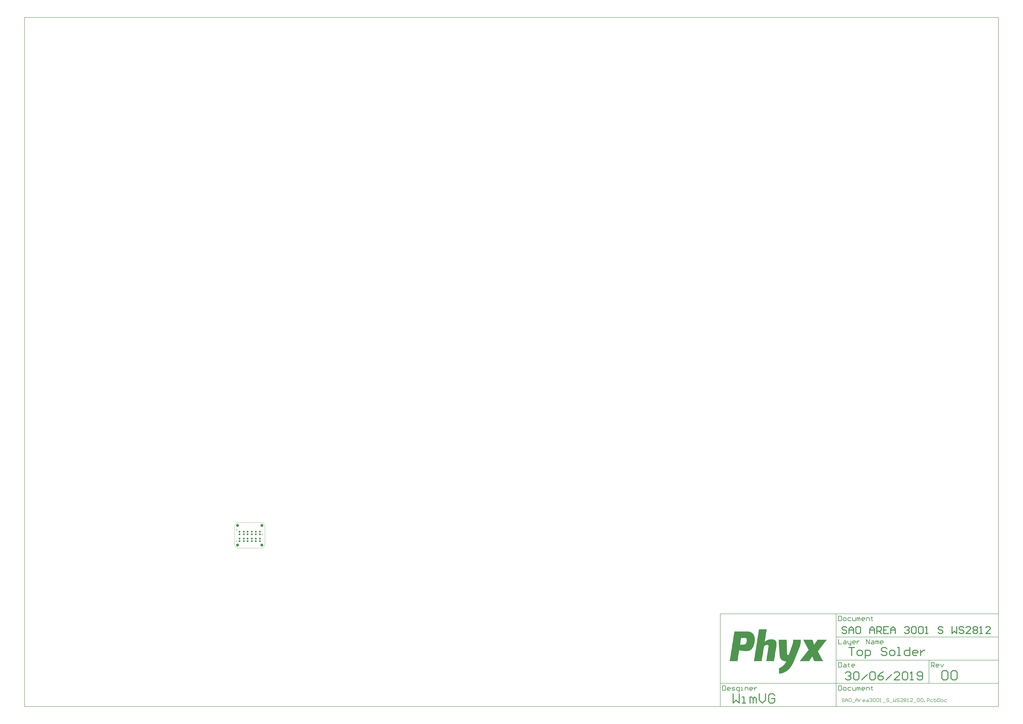
<source format=gts>
G04*
G04 #@! TF.GenerationSoftware,Altium Limited,Altium Designer,18.1.11 (251)*
G04*
G04 Layer_Color=8388736*
%FSLAX25Y25*%
%MOIN*%
G70*
G01*
G75*
%ADD12C,0.01575*%
%ADD15C,0.00394*%
%ADD16C,0.00787*%
%ADD17C,0.00984*%
%ADD19R,0.03150X0.03150*%
%ADD20C,0.05118*%
%ADD21C,0.01772*%
G36*
X1005337Y-155808D02*
X1005050D01*
Y-156094D01*
X1004764D01*
Y-156380D01*
Y-156667D01*
X1004478D01*
Y-156953D01*
X1004192D01*
Y-157239D01*
X1003905D01*
Y-157526D01*
Y-157812D01*
X1003619D01*
Y-158098D01*
X1003333D01*
Y-158385D01*
X1003046D01*
Y-158671D01*
X1002760D01*
Y-158957D01*
Y-159244D01*
X1002474D01*
Y-159530D01*
X1002187D01*
Y-159816D01*
X1001901D01*
Y-160102D01*
Y-160389D01*
X1001615D01*
Y-160675D01*
X1001328D01*
Y-160961D01*
X1001042D01*
Y-161248D01*
X1000756D01*
Y-161534D01*
Y-161820D01*
X1000469D01*
Y-162107D01*
X1000183D01*
Y-162393D01*
X999897D01*
Y-162679D01*
Y-162966D01*
X999611D01*
Y-163252D01*
X999324D01*
Y-163538D01*
X999038D01*
Y-163824D01*
Y-164111D01*
X998752D01*
Y-164397D01*
X998465D01*
Y-164683D01*
X998179D01*
Y-164970D01*
X997893D01*
Y-165256D01*
Y-165542D01*
X997606D01*
Y-165829D01*
X997320D01*
Y-166115D01*
X997034D01*
Y-166401D01*
Y-166688D01*
X996747D01*
Y-166974D01*
X996461D01*
Y-167260D01*
X996175D01*
Y-167547D01*
Y-167833D01*
X995889D01*
Y-168119D01*
X995602D01*
Y-168405D01*
X995316D01*
Y-168692D01*
X995030D01*
Y-168978D01*
Y-169264D01*
X994743D01*
Y-169551D01*
X994457D01*
Y-169837D01*
X994171D01*
Y-170123D01*
Y-170410D01*
X993884D01*
Y-170696D01*
X993598D01*
Y-170982D01*
X993312D01*
Y-171269D01*
Y-171555D01*
X993025D01*
Y-171841D01*
X992739D01*
Y-172127D01*
X992453D01*
Y-172414D01*
X992166D01*
Y-172700D01*
Y-172986D01*
X991880D01*
Y-173273D01*
X991594D01*
Y-173559D01*
X991308D01*
Y-173845D01*
Y-174132D01*
X991021D01*
Y-174418D01*
X990735D01*
Y-174704D01*
X990449D01*
Y-174991D01*
X990162D01*
Y-175277D01*
Y-175563D01*
X990449D01*
Y-175850D01*
Y-176136D01*
X990735D01*
Y-176422D01*
Y-176709D01*
X991021D01*
Y-176995D01*
X991308D01*
Y-177281D01*
Y-177568D01*
X991594D01*
Y-177854D01*
Y-178140D01*
X991880D01*
Y-178426D01*
Y-178713D01*
X992166D01*
Y-178999D01*
Y-179285D01*
X992453D01*
Y-179572D01*
Y-179858D01*
X992739D01*
Y-180144D01*
Y-180431D01*
X993025D01*
Y-180717D01*
Y-181003D01*
X993312D01*
Y-181290D01*
Y-181576D01*
X993598D01*
Y-181862D01*
X993884D01*
Y-182149D01*
Y-182435D01*
X994171D01*
Y-182721D01*
Y-183007D01*
X994457D01*
Y-183294D01*
Y-183580D01*
X994743D01*
Y-183866D01*
Y-184153D01*
X995030D01*
Y-184439D01*
Y-184725D01*
X995316D01*
Y-185012D01*
Y-185298D01*
X995602D01*
Y-185584D01*
Y-185871D01*
X995889D01*
Y-186157D01*
X996175D01*
Y-186443D01*
Y-186730D01*
X996461D01*
Y-187016D01*
Y-187302D01*
X996747D01*
Y-187588D01*
Y-187875D01*
X997034D01*
Y-188161D01*
Y-188447D01*
X997320D01*
Y-188734D01*
Y-189020D01*
X997606D01*
Y-189306D01*
Y-189593D01*
X997893D01*
Y-189879D01*
Y-190165D01*
X998179D01*
Y-190452D01*
X998465D01*
Y-190738D01*
Y-191024D01*
X998752D01*
Y-191311D01*
Y-191597D01*
X999038D01*
Y-191883D01*
X983863D01*
Y-191597D01*
X983577D01*
Y-191311D01*
Y-191024D01*
Y-190738D01*
X983291D01*
Y-190452D01*
Y-190165D01*
Y-189879D01*
X983004D01*
Y-189593D01*
Y-189306D01*
X982718D01*
Y-189020D01*
Y-188734D01*
Y-188447D01*
X982432D01*
Y-188161D01*
Y-187875D01*
Y-187588D01*
X982146D01*
Y-187302D01*
Y-187016D01*
X981859D01*
Y-186730D01*
Y-186443D01*
Y-186157D01*
X981573D01*
Y-185871D01*
Y-185584D01*
Y-185298D01*
X981287D01*
Y-185012D01*
Y-184725D01*
Y-184439D01*
X981000D01*
Y-184153D01*
X980428D01*
Y-184439D01*
Y-184725D01*
X980141D01*
Y-185012D01*
X979855D01*
Y-185298D01*
Y-185584D01*
X979569D01*
Y-185871D01*
X979282D01*
Y-186157D01*
Y-186443D01*
X978996D01*
Y-186730D01*
X978710D01*
Y-187016D01*
Y-187302D01*
X978423D01*
Y-187588D01*
X978137D01*
Y-187875D01*
X977851D01*
Y-188161D01*
Y-188447D01*
X977565D01*
Y-188734D01*
X977278D01*
Y-189020D01*
Y-189306D01*
X976992D01*
Y-189593D01*
X976705D01*
Y-189879D01*
Y-190165D01*
X976419D01*
Y-190452D01*
X976133D01*
Y-190738D01*
Y-191024D01*
X975847D01*
Y-191311D01*
X975560D01*
Y-191597D01*
Y-191883D01*
X959527D01*
Y-191597D01*
X959813D01*
Y-191311D01*
X960099D01*
Y-191024D01*
X960386D01*
Y-190738D01*
X960672D01*
Y-190452D01*
Y-190165D01*
X960958D01*
Y-189879D01*
X961245D01*
Y-189593D01*
X961531D01*
Y-189306D01*
X961817D01*
Y-189020D01*
Y-188734D01*
X962104D01*
Y-188447D01*
X962390D01*
Y-188161D01*
X962676D01*
Y-187875D01*
Y-187588D01*
X962963D01*
Y-187302D01*
X963249D01*
Y-187016D01*
X963535D01*
Y-186730D01*
X963822D01*
Y-186443D01*
Y-186157D01*
X964108D01*
Y-185871D01*
X964394D01*
Y-185584D01*
X964680D01*
Y-185298D01*
X964967D01*
Y-185012D01*
Y-184725D01*
X965253D01*
Y-184439D01*
X965539D01*
Y-184153D01*
X965826D01*
Y-183866D01*
Y-183580D01*
X966112D01*
Y-183294D01*
X966398D01*
Y-183007D01*
X966685D01*
Y-182721D01*
X966971D01*
Y-182435D01*
Y-182149D01*
X967257D01*
Y-181862D01*
X967544D01*
Y-181576D01*
X967830D01*
Y-181290D01*
Y-181003D01*
X968116D01*
Y-180717D01*
X968402D01*
Y-180431D01*
X968689D01*
Y-180144D01*
X968975D01*
Y-179858D01*
Y-179572D01*
X969261D01*
Y-179285D01*
X969548D01*
Y-178999D01*
X969834D01*
Y-178713D01*
Y-178426D01*
X970120D01*
Y-178140D01*
X970407D01*
Y-177854D01*
X970693D01*
Y-177568D01*
X970979D01*
Y-177281D01*
Y-176995D01*
X971266D01*
Y-176709D01*
X971552D01*
Y-176422D01*
X971838D01*
Y-176136D01*
X972124D01*
Y-175850D01*
Y-175563D01*
X972411D01*
Y-175277D01*
X972697D01*
Y-174991D01*
X972983D01*
Y-174704D01*
Y-174418D01*
X973270D01*
Y-174132D01*
X973556D01*
Y-173845D01*
X973842D01*
Y-173559D01*
X974129D01*
Y-173273D01*
Y-172986D01*
X974415D01*
Y-172700D01*
Y-172414D01*
Y-172127D01*
X974129D01*
Y-171841D01*
X973842D01*
Y-171555D01*
Y-171269D01*
X973556D01*
Y-170982D01*
Y-170696D01*
X973270D01*
Y-170410D01*
Y-170123D01*
X972983D01*
Y-169837D01*
Y-169551D01*
X972697D01*
Y-169264D01*
Y-168978D01*
X972411D01*
Y-168692D01*
Y-168405D01*
X972124D01*
Y-168119D01*
X971838D01*
Y-167833D01*
Y-167547D01*
X971552D01*
Y-167260D01*
Y-166974D01*
X971266D01*
Y-166688D01*
Y-166401D01*
X970979D01*
Y-166115D01*
Y-165829D01*
X970693D01*
Y-165542D01*
Y-165256D01*
X970407D01*
Y-164970D01*
Y-164683D01*
X970120D01*
Y-164397D01*
X969834D01*
Y-164111D01*
Y-163824D01*
X969548D01*
Y-163538D01*
Y-163252D01*
X969261D01*
Y-162966D01*
Y-162679D01*
X968975D01*
Y-162393D01*
Y-162107D01*
X968689D01*
Y-161820D01*
Y-161534D01*
X968402D01*
Y-161248D01*
Y-160961D01*
X968116D01*
Y-160675D01*
Y-160389D01*
X967830D01*
Y-160102D01*
X967544D01*
Y-159816D01*
Y-159530D01*
X967257D01*
Y-159244D01*
Y-158957D01*
X966971D01*
Y-158671D01*
Y-158385D01*
X966685D01*
Y-158098D01*
Y-157812D01*
X966398D01*
Y-157526D01*
Y-157239D01*
X966112D01*
Y-156953D01*
Y-156667D01*
X965826D01*
Y-156380D01*
X965539D01*
Y-156094D01*
Y-155808D01*
X965253D01*
Y-155521D01*
X981000D01*
Y-155808D01*
X981287D01*
Y-156094D01*
Y-156380D01*
Y-156667D01*
X981573D01*
Y-156953D01*
Y-157239D01*
Y-157526D01*
X981859D01*
Y-157812D01*
Y-158098D01*
Y-158385D01*
X982146D01*
Y-158671D01*
Y-158957D01*
Y-159244D01*
X982432D01*
Y-159530D01*
Y-159816D01*
Y-160102D01*
X982718D01*
Y-160389D01*
Y-160675D01*
Y-160961D01*
X983004D01*
Y-161248D01*
Y-161534D01*
Y-161820D01*
X983291D01*
Y-162107D01*
Y-162393D01*
Y-162679D01*
X983577D01*
Y-162966D01*
Y-163252D01*
Y-163538D01*
Y-163824D01*
X984150D01*
Y-163538D01*
X984436D01*
Y-163252D01*
X984722D01*
Y-162966D01*
Y-162679D01*
X985009D01*
Y-162393D01*
X985295D01*
Y-162107D01*
Y-161820D01*
X985581D01*
Y-161534D01*
X985868D01*
Y-161248D01*
Y-160961D01*
X986154D01*
Y-160675D01*
X986440D01*
Y-160389D01*
Y-160102D01*
X986726D01*
Y-159816D01*
X987013D01*
Y-159530D01*
Y-159244D01*
X987299D01*
Y-158957D01*
X987585D01*
Y-158671D01*
Y-158385D01*
X987872D01*
Y-158098D01*
X988158D01*
Y-157812D01*
Y-157526D01*
X988444D01*
Y-157239D01*
X988731D01*
Y-156953D01*
Y-156667D01*
X989017D01*
Y-156380D01*
X989303D01*
Y-156094D01*
Y-155808D01*
X989590D01*
Y-155521D01*
X1005337D01*
Y-155808D01*
D02*
G37*
G36*
X872201Y-141778D02*
X873919D01*
Y-142065D01*
X874778D01*
Y-142351D01*
X875637D01*
Y-142637D01*
X876496D01*
Y-142924D01*
X877069D01*
Y-143210D01*
X877355D01*
Y-143496D01*
X877928D01*
Y-143783D01*
X878214D01*
Y-144069D01*
X878786D01*
Y-144355D01*
X879073D01*
Y-144641D01*
X879359D01*
Y-144928D01*
X879646D01*
Y-145214D01*
X879932D01*
Y-145501D01*
X880218D01*
Y-145787D01*
X880504D01*
Y-146073D01*
Y-146359D01*
X880791D01*
Y-146646D01*
X881077D01*
Y-146932D01*
Y-147218D01*
X881363D01*
Y-147505D01*
X881650D01*
Y-147791D01*
Y-148077D01*
X881936D01*
Y-148364D01*
Y-148650D01*
Y-148936D01*
X882222D01*
Y-149223D01*
Y-149509D01*
Y-149795D01*
X882509D01*
Y-150082D01*
Y-150368D01*
Y-150654D01*
Y-150940D01*
X882795D01*
Y-151227D01*
Y-151513D01*
Y-151799D01*
Y-152086D01*
Y-152372D01*
X883081D01*
Y-152658D01*
Y-152945D01*
Y-153231D01*
Y-153517D01*
Y-153804D01*
Y-154090D01*
Y-154376D01*
Y-154663D01*
Y-154949D01*
Y-155235D01*
Y-155521D01*
Y-155808D01*
Y-156094D01*
Y-156380D01*
Y-156667D01*
Y-156953D01*
Y-157239D01*
Y-157526D01*
Y-157812D01*
Y-158098D01*
X882795D01*
Y-158385D01*
Y-158671D01*
Y-158957D01*
Y-159244D01*
Y-159530D01*
Y-159816D01*
Y-160102D01*
X882509D01*
Y-160389D01*
Y-160675D01*
Y-160961D01*
Y-161248D01*
Y-161534D01*
X882222D01*
Y-161820D01*
Y-162107D01*
Y-162393D01*
Y-162679D01*
Y-162966D01*
X881936D01*
Y-163252D01*
Y-163538D01*
Y-163824D01*
X881650D01*
Y-164111D01*
Y-164397D01*
Y-164683D01*
Y-164970D01*
X881363D01*
Y-165256D01*
Y-165542D01*
Y-165829D01*
X881077D01*
Y-166115D01*
Y-166401D01*
X880791D01*
Y-166688D01*
Y-166974D01*
Y-167260D01*
X880504D01*
Y-167547D01*
Y-167833D01*
X880218D01*
Y-168119D01*
Y-168405D01*
X879932D01*
Y-168692D01*
Y-168978D01*
X879646D01*
Y-169264D01*
X879359D01*
Y-169551D01*
Y-169837D01*
X879073D01*
Y-170123D01*
X878786D01*
Y-170410D01*
X878500D01*
Y-170696D01*
Y-170982D01*
X878214D01*
Y-171269D01*
X877928D01*
Y-171555D01*
X877641D01*
Y-171841D01*
X877355D01*
Y-172127D01*
X877069D01*
Y-172414D01*
X876496D01*
Y-172700D01*
X876210D01*
Y-172986D01*
X875637D01*
Y-173273D01*
X875351D01*
Y-173559D01*
X874778D01*
Y-173845D01*
X873919D01*
Y-174132D01*
X873060D01*
Y-174418D01*
X872201D01*
Y-174704D01*
X870483D01*
Y-174991D01*
X865330D01*
Y-174704D01*
X862753D01*
Y-174418D01*
X860749D01*
Y-174132D01*
X859317D01*
Y-173845D01*
X857886D01*
Y-173559D01*
X856454D01*
Y-173845D01*
Y-174132D01*
Y-174418D01*
Y-174704D01*
Y-174991D01*
Y-175277D01*
Y-175563D01*
X856168D01*
Y-175850D01*
Y-176136D01*
Y-176422D01*
Y-176709D01*
Y-176995D01*
Y-177281D01*
X855882D01*
Y-177568D01*
Y-177854D01*
Y-178140D01*
Y-178426D01*
Y-178713D01*
Y-178999D01*
X855595D01*
Y-179285D01*
Y-179572D01*
Y-179858D01*
Y-180144D01*
Y-180431D01*
Y-180717D01*
Y-181003D01*
X855309D01*
Y-181290D01*
Y-181576D01*
Y-181862D01*
Y-182149D01*
Y-182435D01*
Y-182721D01*
X855023D01*
Y-183007D01*
Y-183294D01*
Y-183580D01*
Y-183866D01*
Y-184153D01*
Y-184439D01*
X854736D01*
Y-184725D01*
Y-185012D01*
Y-185298D01*
Y-185584D01*
Y-185871D01*
Y-186157D01*
Y-186443D01*
X854450D01*
Y-186730D01*
Y-187016D01*
Y-187302D01*
Y-187588D01*
Y-187875D01*
Y-188161D01*
X854164D01*
Y-188447D01*
Y-188734D01*
Y-189020D01*
Y-189306D01*
Y-189593D01*
Y-189879D01*
X853877D01*
Y-190165D01*
Y-190452D01*
Y-190738D01*
Y-191024D01*
Y-191311D01*
Y-191597D01*
Y-191883D01*
X840421D01*
Y-191597D01*
X840707D01*
Y-191311D01*
Y-191024D01*
Y-190738D01*
Y-190452D01*
Y-190165D01*
X840993D01*
Y-189879D01*
Y-189593D01*
Y-189306D01*
Y-189020D01*
Y-188734D01*
Y-188447D01*
Y-188161D01*
X841280D01*
Y-187875D01*
Y-187588D01*
Y-187302D01*
Y-187016D01*
Y-186730D01*
Y-186443D01*
X841566D01*
Y-186157D01*
Y-185871D01*
Y-185584D01*
Y-185298D01*
Y-185012D01*
Y-184725D01*
X841852D01*
Y-184439D01*
Y-184153D01*
Y-183866D01*
Y-183580D01*
Y-183294D01*
Y-183007D01*
Y-182721D01*
X842138D01*
Y-182435D01*
Y-182149D01*
Y-181862D01*
Y-181576D01*
Y-181290D01*
Y-181003D01*
X842425D01*
Y-180717D01*
Y-180431D01*
Y-180144D01*
Y-179858D01*
Y-179572D01*
Y-179285D01*
X842711D01*
Y-178999D01*
Y-178713D01*
Y-178426D01*
Y-178140D01*
Y-177854D01*
Y-177568D01*
X842997D01*
Y-177281D01*
Y-176995D01*
Y-176709D01*
Y-176422D01*
Y-176136D01*
Y-175850D01*
Y-175563D01*
X843284D01*
Y-175277D01*
Y-174991D01*
Y-174704D01*
Y-174418D01*
Y-174132D01*
Y-173845D01*
X843570D01*
Y-173559D01*
Y-173273D01*
Y-172986D01*
Y-172700D01*
Y-172414D01*
Y-172127D01*
X843856D01*
Y-171841D01*
Y-171555D01*
Y-171269D01*
Y-170982D01*
Y-170696D01*
Y-170410D01*
X844143D01*
Y-170123D01*
Y-169837D01*
Y-169551D01*
Y-169264D01*
Y-168978D01*
Y-168692D01*
Y-168405D01*
X844429D01*
Y-168119D01*
Y-167833D01*
Y-167547D01*
Y-167260D01*
Y-166974D01*
Y-166688D01*
X844715D01*
Y-166401D01*
Y-166115D01*
Y-165829D01*
Y-165542D01*
Y-165256D01*
Y-164970D01*
X845002D01*
Y-164683D01*
Y-164397D01*
Y-164111D01*
Y-163824D01*
Y-163538D01*
Y-163252D01*
Y-162966D01*
X845288D01*
Y-162679D01*
Y-162393D01*
Y-162107D01*
Y-161820D01*
Y-161534D01*
Y-161248D01*
X845574D01*
Y-160961D01*
Y-160675D01*
Y-160389D01*
Y-160102D01*
Y-159816D01*
Y-159530D01*
X845861D01*
Y-159244D01*
Y-158957D01*
Y-158671D01*
Y-158385D01*
Y-158098D01*
Y-157812D01*
X846147D01*
Y-157526D01*
Y-157239D01*
Y-156953D01*
Y-156667D01*
Y-156380D01*
Y-156094D01*
Y-155808D01*
X846433D01*
Y-155521D01*
Y-155235D01*
Y-154949D01*
Y-154663D01*
Y-154376D01*
Y-154090D01*
X846719D01*
Y-153804D01*
Y-153517D01*
Y-153231D01*
Y-152945D01*
Y-152658D01*
Y-152372D01*
X847006D01*
Y-152086D01*
Y-151799D01*
Y-151513D01*
Y-151227D01*
Y-150940D01*
Y-150654D01*
Y-150368D01*
X847292D01*
Y-150082D01*
Y-149795D01*
Y-149509D01*
Y-149223D01*
Y-148936D01*
Y-148650D01*
X847578D01*
Y-148364D01*
Y-148077D01*
Y-147791D01*
Y-147505D01*
Y-147218D01*
Y-146932D01*
X847865D01*
Y-146646D01*
Y-146359D01*
Y-146073D01*
Y-145787D01*
Y-145501D01*
Y-145214D01*
Y-144928D01*
X848151D01*
Y-144641D01*
Y-144355D01*
Y-144069D01*
Y-143783D01*
Y-143496D01*
Y-143210D01*
X848437D01*
Y-142924D01*
Y-142637D01*
Y-142351D01*
Y-142065D01*
Y-141778D01*
Y-141492D01*
X872201D01*
Y-141778D01*
D02*
G37*
G36*
X961245Y-155808D02*
Y-156094D01*
Y-156380D01*
Y-156667D01*
Y-156953D01*
Y-157239D01*
Y-157526D01*
Y-157812D01*
Y-158098D01*
Y-158385D01*
Y-158671D01*
Y-158957D01*
Y-159244D01*
Y-159530D01*
Y-159816D01*
Y-160102D01*
Y-160389D01*
Y-160675D01*
Y-160961D01*
Y-161248D01*
Y-161534D01*
X960958D01*
Y-161820D01*
Y-162107D01*
Y-162393D01*
Y-162679D01*
Y-162966D01*
X960672D01*
Y-163252D01*
Y-163538D01*
Y-163824D01*
Y-164111D01*
X960386D01*
Y-164397D01*
Y-164683D01*
Y-164970D01*
Y-165256D01*
X960099D01*
Y-165542D01*
Y-165829D01*
Y-166115D01*
X959813D01*
Y-166401D01*
Y-166688D01*
Y-166974D01*
X959527D01*
Y-167260D01*
Y-167547D01*
Y-167833D01*
X959241D01*
Y-168119D01*
Y-168405D01*
Y-168692D01*
X958954D01*
Y-168978D01*
Y-169264D01*
X958668D01*
Y-169551D01*
Y-169837D01*
X958381D01*
Y-170123D01*
Y-170410D01*
Y-170696D01*
X958095D01*
Y-170982D01*
Y-171269D01*
X957809D01*
Y-171555D01*
Y-171841D01*
Y-172127D01*
X957523D01*
Y-172414D01*
Y-172700D01*
X957236D01*
Y-172986D01*
Y-173273D01*
Y-173559D01*
X956950D01*
Y-173845D01*
Y-174132D01*
X956664D01*
Y-174418D01*
Y-174704D01*
Y-174991D01*
X956377D01*
Y-175277D01*
Y-175563D01*
X956091D01*
Y-175850D01*
Y-176136D01*
Y-176422D01*
X955805D01*
Y-176709D01*
Y-176995D01*
X955518D01*
Y-177281D01*
Y-177568D01*
Y-177854D01*
X955232D01*
Y-178140D01*
Y-178426D01*
X954946D01*
Y-178713D01*
Y-178999D01*
Y-179285D01*
X954659D01*
Y-179572D01*
Y-179858D01*
X954373D01*
Y-180144D01*
Y-180431D01*
Y-180717D01*
X954087D01*
Y-181003D01*
Y-181290D01*
X953800D01*
Y-181576D01*
Y-181862D01*
Y-182149D01*
X953514D01*
Y-182435D01*
Y-182721D01*
X953228D01*
Y-183007D01*
Y-183294D01*
Y-183580D01*
X952942D01*
Y-183866D01*
Y-184153D01*
X952655D01*
Y-184439D01*
Y-184725D01*
Y-185012D01*
X952369D01*
Y-185298D01*
Y-185584D01*
X952083D01*
Y-185871D01*
Y-186157D01*
Y-186443D01*
X951796D01*
Y-186730D01*
Y-187016D01*
X951510D01*
Y-187302D01*
Y-187588D01*
Y-187875D01*
X951224D01*
Y-188161D01*
Y-188447D01*
X950937D01*
Y-188734D01*
Y-189020D01*
Y-189306D01*
X950651D01*
Y-189593D01*
Y-189879D01*
X950365D01*
Y-190165D01*
Y-190452D01*
Y-190738D01*
X950078D01*
Y-191024D01*
Y-191311D01*
X949792D01*
Y-191597D01*
Y-191883D01*
Y-192169D01*
X949506D01*
Y-192456D01*
Y-192742D01*
X949220D01*
Y-193028D01*
Y-193315D01*
X948933D01*
Y-193601D01*
Y-193887D01*
X948647D01*
Y-194174D01*
Y-194460D01*
Y-194746D01*
X948361D01*
Y-195033D01*
X948074D01*
Y-195319D01*
Y-195605D01*
Y-195891D01*
X947788D01*
Y-196178D01*
X947502D01*
Y-196464D01*
Y-196750D01*
X947215D01*
Y-197037D01*
Y-197323D01*
X946929D01*
Y-197609D01*
Y-197896D01*
X946643D01*
Y-198182D01*
Y-198468D01*
X946356D01*
Y-198755D01*
X946070D01*
Y-199041D01*
Y-199327D01*
X945784D01*
Y-199614D01*
Y-199900D01*
X945497D01*
Y-200186D01*
X945211D01*
Y-200472D01*
X944925D01*
Y-200759D01*
Y-201045D01*
X944639D01*
Y-201331D01*
X944352D01*
Y-201618D01*
Y-201904D01*
X944066D01*
Y-202190D01*
X943780D01*
Y-202477D01*
X943493D01*
Y-202763D01*
Y-203049D01*
X943207D01*
Y-203336D01*
X942921D01*
Y-203622D01*
X942634D01*
Y-203908D01*
X942348D01*
Y-204195D01*
X942062D01*
Y-204481D01*
Y-204767D01*
X941775D01*
Y-205053D01*
X941489D01*
Y-205340D01*
X941203D01*
Y-205626D01*
X940916D01*
Y-205912D01*
X940630D01*
Y-206199D01*
X940344D01*
Y-206485D01*
X940057D01*
Y-206771D01*
X939485D01*
Y-207058D01*
X939199D01*
Y-207344D01*
X938912D01*
Y-207630D01*
X938626D01*
Y-207917D01*
X938340D01*
Y-208203D01*
X937767D01*
Y-208489D01*
X937481D01*
Y-208776D01*
X936908D01*
Y-209062D01*
X936622D01*
Y-209348D01*
X936049D01*
Y-209634D01*
X935763D01*
Y-209921D01*
X935190D01*
Y-210207D01*
X934618D01*
Y-210493D01*
X934045D01*
Y-210780D01*
X933472D01*
Y-211066D01*
X932900D01*
Y-211352D01*
X932041D01*
Y-211639D01*
X931468D01*
Y-211925D01*
X930609D01*
Y-212211D01*
X929464D01*
Y-212498D01*
X928319D01*
Y-212784D01*
X926601D01*
Y-213070D01*
X924597D01*
Y-213357D01*
X924310D01*
Y-213070D01*
Y-212784D01*
Y-212498D01*
Y-212211D01*
Y-211925D01*
Y-211639D01*
Y-211352D01*
Y-211066D01*
Y-210780D01*
Y-210493D01*
Y-210207D01*
Y-209921D01*
Y-209634D01*
Y-209348D01*
Y-209062D01*
Y-208776D01*
Y-208489D01*
Y-208203D01*
Y-207917D01*
Y-207630D01*
Y-207344D01*
Y-207058D01*
Y-206771D01*
Y-206485D01*
Y-206199D01*
Y-205912D01*
Y-205626D01*
Y-205340D01*
Y-205053D01*
Y-204767D01*
Y-204481D01*
Y-204195D01*
Y-203908D01*
X924883D01*
Y-203622D01*
X925455D01*
Y-203336D01*
X926028D01*
Y-203049D01*
X926601D01*
Y-202763D01*
X927173D01*
Y-202477D01*
X927746D01*
Y-202190D01*
X928032D01*
Y-201904D01*
X928605D01*
Y-201618D01*
X928891D01*
Y-201331D01*
X929464D01*
Y-201045D01*
X929750D01*
Y-200759D01*
X930037D01*
Y-200472D01*
X930609D01*
Y-200186D01*
X930896D01*
Y-199900D01*
X931182D01*
Y-199614D01*
X931468D01*
Y-199327D01*
X931754D01*
Y-199041D01*
X932041D01*
Y-198755D01*
X932327D01*
Y-198468D01*
X932613D01*
Y-198182D01*
X932900D01*
Y-197896D01*
X933186D01*
Y-197609D01*
X933472D01*
Y-197323D01*
X933759D01*
Y-197037D01*
Y-196750D01*
X934045D01*
Y-196464D01*
X934331D01*
Y-196178D01*
X934618D01*
Y-195891D01*
Y-195605D01*
X934904D01*
Y-195319D01*
X935190D01*
Y-195033D01*
Y-194746D01*
X935476D01*
Y-194460D01*
Y-194174D01*
X935763D01*
Y-193887D01*
X936049D01*
Y-193601D01*
Y-193315D01*
X936335D01*
Y-193028D01*
Y-192742D01*
X936622D01*
Y-192456D01*
Y-192169D01*
X934904D01*
Y-191883D01*
X932900D01*
Y-191597D01*
X931754D01*
Y-191311D01*
X931182D01*
Y-191024D01*
X930323D01*
Y-190738D01*
X929750D01*
Y-190452D01*
X929464D01*
Y-190165D01*
X928891D01*
Y-189879D01*
X928605D01*
Y-189593D01*
X928319D01*
Y-189306D01*
X928032D01*
Y-189020D01*
X927746D01*
Y-188734D01*
X927460D01*
Y-188447D01*
Y-188161D01*
X927173D01*
Y-187875D01*
X926887D01*
Y-187588D01*
Y-187302D01*
X926601D01*
Y-187016D01*
Y-186730D01*
X926315D01*
Y-186443D01*
Y-186157D01*
X926028D01*
Y-185871D01*
Y-185584D01*
Y-185298D01*
X925742D01*
Y-185012D01*
Y-184725D01*
Y-184439D01*
Y-184153D01*
X925455D01*
Y-183866D01*
Y-183580D01*
Y-183294D01*
Y-183007D01*
Y-182721D01*
Y-182435D01*
Y-182149D01*
X925169D01*
Y-181862D01*
Y-181576D01*
Y-181290D01*
Y-181003D01*
Y-180717D01*
Y-180431D01*
Y-180144D01*
Y-179858D01*
Y-179572D01*
Y-179285D01*
Y-178999D01*
Y-178713D01*
Y-178426D01*
Y-178140D01*
Y-177854D01*
X924883D01*
Y-177568D01*
Y-177281D01*
Y-176995D01*
Y-176709D01*
Y-176422D01*
Y-176136D01*
Y-175850D01*
Y-175563D01*
Y-175277D01*
Y-174991D01*
Y-174704D01*
Y-174418D01*
Y-174132D01*
Y-173845D01*
Y-173559D01*
X924597D01*
Y-173273D01*
Y-172986D01*
Y-172700D01*
Y-172414D01*
Y-172127D01*
Y-171841D01*
Y-171555D01*
Y-171269D01*
Y-170982D01*
Y-170696D01*
Y-170410D01*
Y-170123D01*
Y-169837D01*
Y-169551D01*
Y-169264D01*
Y-168978D01*
X924310D01*
Y-168692D01*
Y-168405D01*
Y-168119D01*
Y-167833D01*
Y-167547D01*
Y-167260D01*
Y-166974D01*
Y-166688D01*
Y-166401D01*
Y-166115D01*
Y-165829D01*
Y-165542D01*
Y-165256D01*
Y-164970D01*
Y-164683D01*
Y-164397D01*
X924024D01*
Y-164111D01*
Y-163824D01*
Y-163538D01*
Y-163252D01*
Y-162966D01*
Y-162679D01*
Y-162393D01*
Y-162107D01*
Y-161820D01*
Y-161534D01*
Y-161248D01*
Y-160961D01*
Y-160675D01*
Y-160389D01*
X923738D01*
Y-160102D01*
Y-159816D01*
Y-159530D01*
Y-159244D01*
Y-158957D01*
Y-158671D01*
Y-158385D01*
Y-158098D01*
Y-157812D01*
Y-157526D01*
Y-157239D01*
Y-156953D01*
Y-156667D01*
Y-156380D01*
Y-156094D01*
Y-155808D01*
X923451D01*
Y-155521D01*
X937194D01*
Y-155808D01*
Y-156094D01*
Y-156380D01*
Y-156667D01*
Y-156953D01*
Y-157239D01*
Y-157526D01*
Y-157812D01*
Y-158098D01*
Y-158385D01*
Y-158671D01*
Y-158957D01*
Y-159244D01*
Y-159530D01*
X937481D01*
Y-159816D01*
Y-160102D01*
Y-160389D01*
Y-160675D01*
Y-160961D01*
Y-161248D01*
Y-161534D01*
Y-161820D01*
Y-162107D01*
Y-162393D01*
Y-162679D01*
Y-162966D01*
Y-163252D01*
Y-163538D01*
Y-163824D01*
Y-164111D01*
Y-164397D01*
Y-164683D01*
Y-164970D01*
Y-165256D01*
Y-165542D01*
Y-165829D01*
Y-166115D01*
Y-166401D01*
Y-166688D01*
Y-166974D01*
Y-167260D01*
Y-167547D01*
Y-167833D01*
Y-168119D01*
Y-168405D01*
Y-168692D01*
Y-168978D01*
Y-169264D01*
Y-169551D01*
Y-169837D01*
Y-170123D01*
Y-170410D01*
Y-170696D01*
Y-170982D01*
Y-171269D01*
X937767D01*
Y-171555D01*
X937481D01*
Y-171841D01*
Y-172127D01*
X937767D01*
Y-172414D01*
Y-172700D01*
Y-172986D01*
Y-173273D01*
Y-173559D01*
Y-173845D01*
Y-174132D01*
Y-174418D01*
Y-174704D01*
Y-174991D01*
Y-175277D01*
Y-175563D01*
Y-175850D01*
Y-176136D01*
Y-176422D01*
Y-176709D01*
Y-176995D01*
Y-177281D01*
Y-177568D01*
Y-177854D01*
Y-178140D01*
Y-178426D01*
Y-178713D01*
Y-178999D01*
Y-179285D01*
Y-179572D01*
X938053D01*
Y-179858D01*
Y-180144D01*
Y-180431D01*
X938340D01*
Y-180717D01*
X938626D01*
Y-181003D01*
X938912D01*
Y-181290D01*
X939771D01*
Y-181576D01*
X940630D01*
Y-181290D01*
X940916D01*
Y-181003D01*
Y-180717D01*
Y-180431D01*
X941203D01*
Y-180144D01*
Y-179858D01*
X941489D01*
Y-179572D01*
Y-179285D01*
Y-178999D01*
X941775D01*
Y-178713D01*
Y-178426D01*
Y-178140D01*
X942062D01*
Y-177854D01*
Y-177568D01*
Y-177281D01*
X942348D01*
Y-176995D01*
Y-176709D01*
Y-176422D01*
X942634D01*
Y-176136D01*
Y-175850D01*
X942921D01*
Y-175563D01*
Y-175277D01*
Y-174991D01*
X943207D01*
Y-174704D01*
Y-174418D01*
Y-174132D01*
X943493D01*
Y-173845D01*
Y-173559D01*
Y-173273D01*
X943780D01*
Y-172986D01*
Y-172700D01*
X944066D01*
Y-172414D01*
Y-172127D01*
Y-171841D01*
X944352D01*
Y-171555D01*
Y-171269D01*
Y-170982D01*
X944639D01*
Y-170696D01*
Y-170410D01*
Y-170123D01*
X944925D01*
Y-169837D01*
Y-169551D01*
X945211D01*
Y-169264D01*
Y-168978D01*
Y-168692D01*
X945497D01*
Y-168405D01*
Y-168119D01*
Y-167833D01*
X945784D01*
Y-167547D01*
Y-167260D01*
Y-166974D01*
X946070D01*
Y-166688D01*
Y-166401D01*
X946356D01*
Y-166115D01*
Y-165829D01*
Y-165542D01*
X946643D01*
Y-165256D01*
Y-164970D01*
Y-164683D01*
X946929D01*
Y-164397D01*
Y-164111D01*
Y-163824D01*
X947215D01*
Y-163538D01*
Y-163252D01*
Y-162966D01*
Y-162679D01*
X947502D01*
Y-162393D01*
Y-162107D01*
Y-161820D01*
Y-161534D01*
X947788D01*
Y-161248D01*
Y-160961D01*
Y-160675D01*
Y-160389D01*
Y-160102D01*
X948074D01*
Y-159816D01*
Y-159530D01*
Y-159244D01*
Y-158957D01*
Y-158671D01*
Y-158385D01*
X948361D01*
Y-158098D01*
Y-157812D01*
Y-157526D01*
Y-157239D01*
Y-156953D01*
Y-156667D01*
Y-156380D01*
Y-156094D01*
Y-155808D01*
Y-155521D01*
X961245D01*
Y-155808D01*
D02*
G37*
G36*
X903409Y-138343D02*
Y-138629D01*
X903123D01*
Y-138915D01*
Y-139202D01*
Y-139488D01*
Y-139774D01*
Y-140060D01*
Y-140347D01*
X902837D01*
Y-140633D01*
Y-140919D01*
Y-141206D01*
Y-141492D01*
Y-141778D01*
Y-142065D01*
X902551D01*
Y-142351D01*
Y-142637D01*
Y-142924D01*
Y-143210D01*
Y-143496D01*
Y-143783D01*
Y-144069D01*
X902264D01*
Y-144355D01*
Y-144641D01*
Y-144928D01*
Y-145214D01*
Y-145501D01*
Y-145787D01*
X901978D01*
Y-146073D01*
Y-146359D01*
Y-146646D01*
Y-146932D01*
Y-147218D01*
Y-147505D01*
X901692D01*
Y-147791D01*
Y-148077D01*
Y-148364D01*
Y-148650D01*
Y-148936D01*
Y-149223D01*
Y-149509D01*
X901405D01*
Y-149795D01*
Y-150082D01*
Y-150368D01*
Y-150654D01*
Y-150940D01*
Y-151227D01*
X901119D01*
Y-151513D01*
Y-151799D01*
Y-152086D01*
Y-152372D01*
Y-152658D01*
Y-152945D01*
X900833D01*
Y-153231D01*
Y-153517D01*
Y-153804D01*
Y-154090D01*
Y-154376D01*
Y-154663D01*
X900546D01*
Y-154949D01*
Y-155235D01*
Y-155521D01*
Y-155808D01*
Y-156094D01*
Y-156380D01*
Y-156667D01*
X900260D01*
Y-156953D01*
Y-157239D01*
Y-157526D01*
Y-157812D01*
Y-158098D01*
Y-158385D01*
X899974D01*
Y-158671D01*
Y-158957D01*
X900546D01*
Y-158671D01*
X900833D01*
Y-158385D01*
X901119D01*
Y-158098D01*
X901692D01*
Y-157812D01*
X901978D01*
Y-157526D01*
X902264D01*
Y-157239D01*
X902837D01*
Y-156953D01*
X903409D01*
Y-156667D01*
X903696D01*
Y-156380D01*
X904268D01*
Y-156094D01*
X905127D01*
Y-155808D01*
X905700D01*
Y-155521D01*
X906559D01*
Y-155235D01*
X907990D01*
Y-154949D01*
X914289D01*
Y-155235D01*
X915435D01*
Y-155521D01*
X916294D01*
Y-155808D01*
X916866D01*
Y-156094D01*
X917153D01*
Y-156380D01*
X917725D01*
Y-156667D01*
X918011D01*
Y-156953D01*
X918298D01*
Y-157239D01*
X918584D01*
Y-157526D01*
X918870D01*
Y-157812D01*
Y-158098D01*
X919157D01*
Y-158385D01*
Y-158671D01*
X919443D01*
Y-158957D01*
Y-159244D01*
Y-159530D01*
X919729D01*
Y-159816D01*
Y-160102D01*
Y-160389D01*
Y-160675D01*
X920016D01*
Y-160961D01*
Y-161248D01*
Y-161534D01*
Y-161820D01*
Y-162107D01*
Y-162393D01*
Y-162679D01*
Y-162966D01*
Y-163252D01*
Y-163538D01*
Y-163824D01*
Y-164111D01*
Y-164397D01*
Y-164683D01*
Y-164970D01*
Y-165256D01*
Y-165542D01*
Y-165829D01*
X919729D01*
Y-166115D01*
Y-166401D01*
Y-166688D01*
Y-166974D01*
Y-167260D01*
Y-167547D01*
Y-167833D01*
X919443D01*
Y-168119D01*
Y-168405D01*
Y-168692D01*
Y-168978D01*
Y-169264D01*
Y-169551D01*
Y-169837D01*
X919157D01*
Y-170123D01*
Y-170410D01*
Y-170696D01*
Y-170982D01*
Y-171269D01*
Y-171555D01*
X918870D01*
Y-171841D01*
Y-172127D01*
Y-172414D01*
Y-172700D01*
Y-172986D01*
Y-173273D01*
X918584D01*
Y-173559D01*
Y-173845D01*
Y-174132D01*
Y-174418D01*
Y-174704D01*
Y-174991D01*
X918298D01*
Y-175277D01*
Y-175563D01*
Y-175850D01*
Y-176136D01*
Y-176422D01*
Y-176709D01*
Y-176995D01*
X918011D01*
Y-177281D01*
Y-177568D01*
Y-177854D01*
Y-178140D01*
Y-178426D01*
Y-178713D01*
X917725D01*
Y-178999D01*
Y-179285D01*
Y-179572D01*
Y-179858D01*
Y-180144D01*
Y-180431D01*
X917439D01*
Y-180717D01*
Y-181003D01*
Y-181290D01*
Y-181576D01*
Y-181862D01*
Y-182149D01*
Y-182435D01*
X917153D01*
Y-182721D01*
Y-183007D01*
Y-183294D01*
Y-183580D01*
Y-183866D01*
Y-184153D01*
X916866D01*
Y-184439D01*
Y-184725D01*
Y-185012D01*
Y-185298D01*
Y-185584D01*
Y-185871D01*
X916580D01*
Y-186157D01*
Y-186443D01*
Y-186730D01*
Y-187016D01*
Y-187302D01*
Y-187588D01*
X916294D01*
Y-187875D01*
Y-188161D01*
Y-188447D01*
Y-188734D01*
Y-189020D01*
Y-189306D01*
Y-189593D01*
X916007D01*
Y-189879D01*
Y-190165D01*
Y-190452D01*
Y-190738D01*
Y-191024D01*
Y-191311D01*
X915721D01*
Y-191597D01*
Y-191883D01*
X902551D01*
Y-191597D01*
Y-191311D01*
X902837D01*
Y-191024D01*
Y-190738D01*
Y-190452D01*
Y-190165D01*
Y-189879D01*
Y-189593D01*
X903123D01*
Y-189306D01*
Y-189020D01*
Y-188734D01*
Y-188447D01*
Y-188161D01*
Y-187875D01*
Y-187588D01*
X903409D01*
Y-187302D01*
Y-187016D01*
Y-186730D01*
Y-186443D01*
Y-186157D01*
Y-185871D01*
X903696D01*
Y-185584D01*
Y-185298D01*
Y-185012D01*
Y-184725D01*
Y-184439D01*
Y-184153D01*
X903982D01*
Y-183866D01*
Y-183580D01*
Y-183294D01*
Y-183007D01*
Y-182721D01*
Y-182435D01*
Y-182149D01*
X904268D01*
Y-181862D01*
Y-181576D01*
Y-181290D01*
Y-181003D01*
Y-180717D01*
Y-180431D01*
X904555D01*
Y-180144D01*
Y-179858D01*
Y-179572D01*
Y-179285D01*
Y-178999D01*
Y-178713D01*
Y-178426D01*
X904841D01*
Y-178140D01*
Y-177854D01*
Y-177568D01*
Y-177281D01*
Y-176995D01*
Y-176709D01*
X905127D01*
Y-176422D01*
Y-176136D01*
Y-175850D01*
Y-175563D01*
Y-175277D01*
Y-174991D01*
X905414D01*
Y-174704D01*
Y-174418D01*
Y-174132D01*
Y-173845D01*
Y-173559D01*
Y-173273D01*
X905700D01*
Y-172986D01*
Y-172700D01*
Y-172414D01*
Y-172127D01*
Y-171841D01*
Y-171555D01*
Y-171269D01*
X905986D01*
Y-170982D01*
Y-170696D01*
Y-170410D01*
Y-170123D01*
Y-169837D01*
Y-169551D01*
X906273D01*
Y-169264D01*
Y-168978D01*
Y-168692D01*
Y-168405D01*
Y-168119D01*
Y-167833D01*
Y-167547D01*
X906559D01*
Y-167260D01*
Y-166974D01*
Y-166688D01*
Y-166401D01*
Y-166115D01*
Y-165829D01*
X906273D01*
Y-165542D01*
Y-165256D01*
X905986D01*
Y-164970D01*
X905700D01*
Y-164683D01*
X905127D01*
Y-164397D01*
X903409D01*
Y-164683D01*
X901978D01*
Y-164970D01*
X901119D01*
Y-165256D01*
X900546D01*
Y-165542D01*
X900260D01*
Y-165829D01*
X899687D01*
Y-166115D01*
X899401D01*
Y-166401D01*
X899115D01*
Y-166688D01*
Y-166974D01*
X898828D01*
Y-167260D01*
Y-167547D01*
Y-167833D01*
X898542D01*
Y-168119D01*
Y-168405D01*
Y-168692D01*
Y-168978D01*
Y-169264D01*
Y-169551D01*
X898256D01*
Y-169837D01*
Y-170123D01*
Y-170410D01*
Y-170696D01*
Y-170982D01*
Y-171269D01*
Y-171555D01*
X897970D01*
Y-171841D01*
Y-172127D01*
Y-172414D01*
Y-172700D01*
Y-172986D01*
Y-173273D01*
X897683D01*
Y-173559D01*
Y-173845D01*
Y-174132D01*
Y-174418D01*
Y-174704D01*
Y-174991D01*
X897397D01*
Y-175277D01*
Y-175563D01*
Y-175850D01*
Y-176136D01*
Y-176422D01*
Y-176709D01*
X897111D01*
Y-176995D01*
Y-177281D01*
Y-177568D01*
Y-177854D01*
Y-178140D01*
Y-178426D01*
Y-178713D01*
X896824D01*
Y-178999D01*
Y-179285D01*
Y-179572D01*
Y-179858D01*
Y-180144D01*
Y-180431D01*
X896538D01*
Y-180717D01*
Y-181003D01*
Y-181290D01*
Y-181576D01*
Y-181862D01*
Y-182149D01*
X896252D01*
Y-182435D01*
Y-182721D01*
Y-183007D01*
Y-183294D01*
Y-183580D01*
Y-183866D01*
Y-184153D01*
X895965D01*
Y-184439D01*
Y-184725D01*
Y-185012D01*
Y-185298D01*
Y-185584D01*
Y-185871D01*
X895679D01*
Y-186157D01*
Y-186443D01*
Y-186730D01*
Y-187016D01*
Y-187302D01*
Y-187588D01*
X895393D01*
Y-187875D01*
Y-188161D01*
Y-188447D01*
Y-188734D01*
Y-189020D01*
Y-189306D01*
X895106D01*
Y-189593D01*
Y-189879D01*
Y-190165D01*
Y-190452D01*
Y-190738D01*
Y-191024D01*
Y-191311D01*
X894820D01*
Y-191597D01*
Y-191883D01*
X881650D01*
Y-191597D01*
Y-191311D01*
X881936D01*
Y-191024D01*
Y-190738D01*
Y-190452D01*
Y-190165D01*
Y-189879D01*
Y-189593D01*
Y-189306D01*
X882222D01*
Y-189020D01*
Y-188734D01*
Y-188447D01*
Y-188161D01*
Y-187875D01*
Y-187588D01*
X882509D01*
Y-187302D01*
Y-187016D01*
Y-186730D01*
Y-186443D01*
Y-186157D01*
Y-185871D01*
X882795D01*
Y-185584D01*
Y-185298D01*
Y-185012D01*
Y-184725D01*
Y-184439D01*
Y-184153D01*
Y-183866D01*
X883081D01*
Y-183580D01*
Y-183294D01*
Y-183007D01*
Y-182721D01*
Y-182435D01*
Y-182149D01*
X883368D01*
Y-181862D01*
Y-181576D01*
Y-181290D01*
Y-181003D01*
Y-180717D01*
Y-180431D01*
X883654D01*
Y-180144D01*
Y-179858D01*
Y-179572D01*
Y-179285D01*
Y-178999D01*
Y-178713D01*
X883940D01*
Y-178426D01*
Y-178140D01*
Y-177854D01*
Y-177568D01*
Y-177281D01*
Y-176995D01*
Y-176709D01*
X884227D01*
Y-176422D01*
Y-176136D01*
Y-175850D01*
Y-175563D01*
Y-175277D01*
Y-174991D01*
X884513D01*
Y-174704D01*
Y-174418D01*
Y-174132D01*
Y-173845D01*
Y-173559D01*
Y-173273D01*
X884799D01*
Y-172986D01*
Y-172700D01*
Y-172414D01*
Y-172127D01*
Y-171841D01*
Y-171555D01*
Y-171269D01*
X885085D01*
Y-170982D01*
Y-170696D01*
Y-170410D01*
Y-170123D01*
Y-169837D01*
Y-169551D01*
X885372D01*
Y-169264D01*
Y-168978D01*
Y-168692D01*
Y-168405D01*
Y-168119D01*
Y-167833D01*
X885658D01*
Y-167547D01*
Y-167260D01*
Y-166974D01*
Y-166688D01*
Y-166401D01*
Y-166115D01*
X885944D01*
Y-165829D01*
Y-165542D01*
Y-165256D01*
Y-164970D01*
Y-164683D01*
Y-164397D01*
Y-164111D01*
X886231D01*
Y-163824D01*
Y-163538D01*
Y-163252D01*
Y-162966D01*
Y-162679D01*
Y-162393D01*
X886517D01*
Y-162107D01*
Y-161820D01*
Y-161534D01*
Y-161248D01*
Y-160961D01*
Y-160675D01*
X886803D01*
Y-160389D01*
Y-160102D01*
Y-159816D01*
Y-159530D01*
Y-159244D01*
Y-158957D01*
X887090D01*
Y-158671D01*
Y-158385D01*
Y-158098D01*
Y-157812D01*
Y-157526D01*
Y-157239D01*
Y-156953D01*
X887376D01*
Y-156667D01*
Y-156380D01*
Y-156094D01*
Y-155808D01*
Y-155521D01*
Y-155235D01*
X887662D01*
Y-154949D01*
Y-154663D01*
Y-154376D01*
Y-154090D01*
Y-153804D01*
Y-153517D01*
X887949D01*
Y-153231D01*
Y-152945D01*
Y-152658D01*
Y-152372D01*
Y-152086D01*
Y-151799D01*
Y-151513D01*
X888235D01*
Y-151227D01*
Y-150940D01*
Y-150654D01*
Y-150368D01*
Y-150082D01*
Y-149795D01*
X888521D01*
Y-149509D01*
Y-149223D01*
Y-148936D01*
Y-148650D01*
Y-148364D01*
Y-148077D01*
X888807D01*
Y-147791D01*
Y-147505D01*
Y-147218D01*
Y-146932D01*
Y-146646D01*
Y-146359D01*
X889094D01*
Y-146073D01*
Y-145787D01*
Y-145501D01*
Y-145214D01*
Y-144928D01*
Y-144641D01*
Y-144355D01*
X889380D01*
Y-144069D01*
Y-143783D01*
Y-143496D01*
Y-143210D01*
Y-142924D01*
Y-142637D01*
X889666D01*
Y-142351D01*
Y-142065D01*
Y-141778D01*
Y-141492D01*
Y-141206D01*
Y-140919D01*
X889953D01*
Y-140633D01*
Y-140347D01*
Y-140060D01*
Y-139774D01*
Y-139488D01*
Y-139202D01*
Y-138915D01*
X890239D01*
Y-138629D01*
Y-138343D01*
Y-138056D01*
X903409D01*
Y-138343D01*
D02*
G37*
%LPC*%
G36*
X867907Y-152658D02*
X859890D01*
Y-152945D01*
Y-153231D01*
Y-153517D01*
Y-153804D01*
Y-154090D01*
X859604D01*
Y-154376D01*
Y-154663D01*
Y-154949D01*
Y-155235D01*
Y-155521D01*
Y-155808D01*
X859317D01*
Y-156094D01*
Y-156380D01*
Y-156667D01*
Y-156953D01*
Y-157239D01*
Y-157526D01*
X859031D01*
Y-157812D01*
Y-158098D01*
Y-158385D01*
Y-158671D01*
Y-158957D01*
Y-159244D01*
X858745D01*
Y-159530D01*
Y-159816D01*
Y-160102D01*
Y-160389D01*
Y-160675D01*
Y-160961D01*
Y-161248D01*
X858458D01*
Y-161534D01*
Y-161820D01*
Y-162107D01*
Y-162393D01*
Y-162679D01*
Y-162966D01*
X858172D01*
Y-163252D01*
Y-163538D01*
Y-163824D01*
X865330D01*
Y-163538D01*
X866475D01*
Y-163252D01*
X867048D01*
Y-162966D01*
X867334D01*
Y-162679D01*
X867620D01*
Y-162393D01*
X867907D01*
Y-162107D01*
X868193D01*
Y-161820D01*
Y-161534D01*
X868479D01*
Y-161248D01*
Y-160961D01*
X868766D01*
Y-160675D01*
Y-160389D01*
X869052D01*
Y-160102D01*
Y-159816D01*
Y-159530D01*
Y-159244D01*
X869338D01*
Y-158957D01*
Y-158671D01*
Y-158385D01*
Y-158098D01*
Y-157812D01*
X869625D01*
Y-157526D01*
Y-157239D01*
Y-156953D01*
Y-156667D01*
Y-156380D01*
Y-156094D01*
Y-155808D01*
Y-155521D01*
Y-155235D01*
Y-154949D01*
Y-154663D01*
X869338D01*
Y-154376D01*
Y-154090D01*
X869052D01*
Y-153804D01*
Y-153517D01*
X868766D01*
Y-153231D01*
X868479D01*
Y-152945D01*
X867907D01*
Y-152658D01*
D02*
G37*
%LPD*%
D12*
X1042921Y-168552D02*
X1052104D01*
X1047513D01*
Y-182327D01*
X1058992D02*
X1063584D01*
X1065879Y-180031D01*
Y-175439D01*
X1063584Y-173144D01*
X1058992D01*
X1056696Y-175439D01*
Y-180031D01*
X1058992Y-182327D01*
X1070471Y-186919D02*
Y-173144D01*
X1077359D01*
X1079655Y-175439D01*
Y-180031D01*
X1077359Y-182327D01*
X1070471D01*
X1107205Y-170848D02*
X1104909Y-168552D01*
X1100317D01*
X1098021Y-170848D01*
Y-173144D01*
X1100317Y-175439D01*
X1104909D01*
X1107205Y-177735D01*
Y-180031D01*
X1104909Y-182327D01*
X1100317D01*
X1098021Y-180031D01*
X1114092Y-182327D02*
X1118684D01*
X1120980Y-180031D01*
Y-175439D01*
X1118684Y-173144D01*
X1114092D01*
X1111796Y-175439D01*
Y-180031D01*
X1114092Y-182327D01*
X1125571D02*
X1130163D01*
X1127867D01*
Y-168552D01*
X1125571D01*
X1146234D02*
Y-182327D01*
X1139347D01*
X1137051Y-180031D01*
Y-175439D01*
X1139347Y-173144D01*
X1146234D01*
X1157713Y-182327D02*
X1153122D01*
X1150826Y-180031D01*
Y-175439D01*
X1153122Y-173144D01*
X1157713D01*
X1160009Y-175439D01*
Y-177735D01*
X1150826D01*
X1164601Y-173144D02*
Y-182327D01*
Y-177735D01*
X1166897Y-175439D01*
X1169193Y-173144D01*
X1171488D01*
X846071Y-247293D02*
Y-263036D01*
X851318Y-257788D01*
X856566Y-263036D01*
Y-247293D01*
X861814Y-263036D02*
X867061D01*
X864437D01*
Y-252540D01*
X861814D01*
X874933Y-263036D02*
Y-252540D01*
X877556D01*
X880180Y-255164D01*
Y-263036D01*
Y-255164D01*
X882804Y-252540D01*
X885428Y-255164D01*
Y-263036D01*
X890676Y-247293D02*
Y-257788D01*
X895923Y-263036D01*
X901171Y-257788D01*
Y-247293D01*
X916914Y-249917D02*
X914290Y-247293D01*
X909042D01*
X906419Y-249917D01*
Y-260412D01*
X909042Y-263036D01*
X914290D01*
X916914Y-260412D01*
Y-255164D01*
X911666D01*
X1200401Y-210546D02*
X1203025Y-207923D01*
X1208273D01*
X1210897Y-210546D01*
Y-221042D01*
X1208273Y-223665D01*
X1203025D01*
X1200401Y-221042D01*
Y-210546D01*
X1216144D02*
X1218768Y-207923D01*
X1224016D01*
X1226639Y-210546D01*
Y-221042D01*
X1224016Y-223665D01*
X1218768D01*
X1216144Y-221042D01*
Y-210546D01*
X1037015Y-212186D02*
X1039311Y-209890D01*
X1043903D01*
X1046199Y-212186D01*
Y-214482D01*
X1043903Y-216778D01*
X1041607D01*
X1043903D01*
X1046199Y-219074D01*
Y-221370D01*
X1043903Y-223665D01*
X1039311D01*
X1037015Y-221370D01*
X1050791Y-212186D02*
X1053086Y-209890D01*
X1057678D01*
X1059974Y-212186D01*
Y-221370D01*
X1057678Y-223665D01*
X1053086D01*
X1050791Y-221370D01*
Y-212186D01*
X1064566Y-223665D02*
X1073749Y-214482D01*
X1078341Y-212186D02*
X1080637Y-209890D01*
X1085228D01*
X1087524Y-212186D01*
Y-221370D01*
X1085228Y-223665D01*
X1080637D01*
X1078341Y-221370D01*
Y-212186D01*
X1101299Y-209890D02*
X1096707Y-212186D01*
X1092116Y-216778D01*
Y-221370D01*
X1094412Y-223665D01*
X1099003D01*
X1101299Y-221370D01*
Y-219074D01*
X1099003Y-216778D01*
X1092116D01*
X1105891Y-223665D02*
X1115074Y-214482D01*
X1128849Y-223665D02*
X1119666D01*
X1128849Y-214482D01*
Y-212186D01*
X1126553Y-209890D01*
X1121962D01*
X1119666Y-212186D01*
X1133441D02*
X1135737Y-209890D01*
X1140329D01*
X1142624Y-212186D01*
Y-221370D01*
X1140329Y-223665D01*
X1135737D01*
X1133441Y-221370D01*
Y-212186D01*
X1147216Y-223665D02*
X1151808D01*
X1149512D01*
Y-209890D01*
X1147216Y-212186D01*
X1158695Y-221370D02*
X1160991Y-223665D01*
X1165583D01*
X1167879Y-221370D01*
Y-212186D01*
X1165583Y-209890D01*
X1160991D01*
X1158695Y-212186D01*
Y-214482D01*
X1160991Y-216778D01*
X1167879D01*
X1038981Y-135086D02*
X1037014Y-133118D01*
X1033078D01*
X1031110Y-135086D01*
Y-137054D01*
X1033078Y-139022D01*
X1037014D01*
X1038981Y-140990D01*
Y-142957D01*
X1037014Y-144925D01*
X1033078D01*
X1031110Y-142957D01*
X1042917Y-144925D02*
Y-137054D01*
X1046853Y-133118D01*
X1050789Y-137054D01*
Y-144925D01*
Y-139022D01*
X1042917D01*
X1060628Y-133118D02*
X1056692D01*
X1054724Y-135086D01*
Y-142957D01*
X1056692Y-144925D01*
X1060628D01*
X1062596Y-142957D01*
Y-135086D01*
X1060628Y-133118D01*
X1078339Y-144925D02*
Y-137054D01*
X1082275Y-133118D01*
X1086210Y-137054D01*
Y-144925D01*
Y-139022D01*
X1078339D01*
X1090146Y-144925D02*
Y-133118D01*
X1096049D01*
X1098017Y-135086D01*
Y-139022D01*
X1096049Y-140990D01*
X1090146D01*
X1094082D02*
X1098017Y-144925D01*
X1109825Y-133118D02*
X1101953D01*
Y-144925D01*
X1109825D01*
X1101953Y-139022D02*
X1105889D01*
X1113760Y-144925D02*
Y-137054D01*
X1117696Y-133118D01*
X1121632Y-137054D01*
Y-144925D01*
Y-139022D01*
X1113760D01*
X1137375Y-135086D02*
X1139343Y-133118D01*
X1143278D01*
X1145246Y-135086D01*
Y-137054D01*
X1143278Y-139022D01*
X1141310D01*
X1143278D01*
X1145246Y-140990D01*
Y-142957D01*
X1143278Y-144925D01*
X1139343D01*
X1137375Y-142957D01*
X1149182Y-135086D02*
X1151150Y-133118D01*
X1155085D01*
X1157053Y-135086D01*
Y-142957D01*
X1155085Y-144925D01*
X1151150D01*
X1149182Y-142957D01*
Y-135086D01*
X1160989D02*
X1162957Y-133118D01*
X1166893D01*
X1168861Y-135086D01*
Y-142957D01*
X1166893Y-144925D01*
X1162957D01*
X1160989Y-142957D01*
Y-135086D01*
X1172796Y-144925D02*
X1176732D01*
X1174764D01*
Y-133118D01*
X1172796Y-135086D01*
X1202314D02*
X1200346Y-133118D01*
X1196411D01*
X1194443Y-135086D01*
Y-137054D01*
X1196411Y-139022D01*
X1200346D01*
X1202314Y-140990D01*
Y-142957D01*
X1200346Y-144925D01*
X1196411D01*
X1194443Y-142957D01*
X1218057Y-133118D02*
Y-144925D01*
X1221993Y-140990D01*
X1225929Y-144925D01*
Y-133118D01*
X1237736Y-135086D02*
X1235768Y-133118D01*
X1231832D01*
X1229865Y-135086D01*
Y-137054D01*
X1231832Y-139022D01*
X1235768D01*
X1237736Y-140990D01*
Y-142957D01*
X1235768Y-144925D01*
X1231832D01*
X1229865Y-142957D01*
X1249543Y-144925D02*
X1241672D01*
X1249543Y-137054D01*
Y-135086D01*
X1247575Y-133118D01*
X1243639D01*
X1241672Y-135086D01*
X1253479D02*
X1255447Y-133118D01*
X1259383D01*
X1261350Y-135086D01*
Y-137054D01*
X1259383Y-139022D01*
X1261350Y-140990D01*
Y-142957D01*
X1259383Y-144925D01*
X1255447D01*
X1253479Y-142957D01*
Y-140990D01*
X1255447Y-139022D01*
X1253479Y-137054D01*
Y-135086D01*
X1255447Y-139022D02*
X1259383D01*
X1265286Y-144925D02*
X1269222D01*
X1267254D01*
Y-133118D01*
X1265286Y-135086D01*
X1282997Y-144925D02*
X1275125D01*
X1282997Y-137054D01*
Y-135086D01*
X1281029Y-133118D01*
X1277093D01*
X1275125Y-135086D01*
D15*
X0Y5906D02*
G03*
X5906Y0I5906J0D01*
G01*
X51181Y37402D02*
G03*
X45276Y43307I-5906J0D01*
G01*
Y0D02*
G03*
X51181Y5906I0J5906D01*
G01*
X5906Y43307D02*
G03*
X0Y37402I0J-5906D01*
G01*
Y5906D02*
Y37402D01*
X51181Y5906D02*
Y37402D01*
X5906Y0D02*
X45276D01*
X5906Y43307D02*
X45276D01*
D16*
X1178748Y-229571D02*
Y-190201D01*
X1021267Y-150831D02*
X1296858D01*
X1021267Y-190201D02*
X1296858D01*
X824417Y-229571D02*
X1296858D01*
X824417Y-111461D02*
X1296858D01*
X824417Y-268941D02*
Y-111461D01*
X1021267Y-268941D02*
Y-111461D01*
X-356685Y900350D02*
X1296858D01*
Y-268941D02*
Y900350D01*
X-356685Y-268941D02*
Y900350D01*
Y-268941D02*
X1296858D01*
X1035046Y-256147D02*
X1034062Y-255164D01*
X1032094D01*
X1031110Y-256147D01*
Y-257131D01*
X1032094Y-258115D01*
X1034062D01*
X1035046Y-259099D01*
Y-260083D01*
X1034062Y-261067D01*
X1032094D01*
X1031110Y-260083D01*
X1037014Y-261067D02*
Y-257131D01*
X1038981Y-255164D01*
X1040949Y-257131D01*
Y-261067D01*
Y-258115D01*
X1037014D01*
X1045869Y-255164D02*
X1043901D01*
X1042917Y-256147D01*
Y-260083D01*
X1043901Y-261067D01*
X1045869D01*
X1046853Y-260083D01*
Y-256147D01*
X1045869Y-255164D01*
X1048821Y-262051D02*
X1052757D01*
X1054724Y-261067D02*
Y-257131D01*
X1056692Y-255164D01*
X1058660Y-257131D01*
Y-261067D01*
Y-258115D01*
X1054724D01*
X1060628Y-257131D02*
Y-261067D01*
Y-259099D01*
X1061612Y-258115D01*
X1062596Y-257131D01*
X1063580D01*
X1069483Y-261067D02*
X1067515D01*
X1066531Y-260083D01*
Y-258115D01*
X1067515Y-257131D01*
X1069483D01*
X1070467Y-258115D01*
Y-259099D01*
X1066531D01*
X1073419Y-257131D02*
X1075387D01*
X1076371Y-258115D01*
Y-261067D01*
X1073419D01*
X1072435Y-260083D01*
X1073419Y-259099D01*
X1076371D01*
X1078339Y-256147D02*
X1079323Y-255164D01*
X1081291D01*
X1082275Y-256147D01*
Y-257131D01*
X1081291Y-258115D01*
X1080307D01*
X1081291D01*
X1082275Y-259099D01*
Y-260083D01*
X1081291Y-261067D01*
X1079323D01*
X1078339Y-260083D01*
X1084242Y-256147D02*
X1085226Y-255164D01*
X1087194D01*
X1088178Y-256147D01*
Y-260083D01*
X1087194Y-261067D01*
X1085226D01*
X1084242Y-260083D01*
Y-256147D01*
X1090146D02*
X1091130Y-255164D01*
X1093098D01*
X1094082Y-256147D01*
Y-260083D01*
X1093098Y-261067D01*
X1091130D01*
X1090146Y-260083D01*
Y-256147D01*
X1096049Y-261067D02*
X1098017D01*
X1097034D01*
Y-255164D01*
X1096049Y-256147D01*
X1100969Y-262051D02*
X1104905D01*
X1110808Y-256147D02*
X1109825Y-255164D01*
X1107857D01*
X1106873Y-256147D01*
Y-257131D01*
X1107857Y-258115D01*
X1109825D01*
X1110808Y-259099D01*
Y-260083D01*
X1109825Y-261067D01*
X1107857D01*
X1106873Y-260083D01*
X1112776Y-262051D02*
X1116712D01*
X1118680Y-255164D02*
Y-261067D01*
X1120648Y-259099D01*
X1122616Y-261067D01*
Y-255164D01*
X1128519Y-256147D02*
X1127535Y-255164D01*
X1125568D01*
X1124584Y-256147D01*
Y-257131D01*
X1125568Y-258115D01*
X1127535D01*
X1128519Y-259099D01*
Y-260083D01*
X1127535Y-261067D01*
X1125568D01*
X1124584Y-260083D01*
X1134423Y-261067D02*
X1130487D01*
X1134423Y-257131D01*
Y-256147D01*
X1133439Y-255164D01*
X1131471D01*
X1130487Y-256147D01*
X1136391D02*
X1137375Y-255164D01*
X1139343D01*
X1140326Y-256147D01*
Y-257131D01*
X1139343Y-258115D01*
X1140326Y-259099D01*
Y-260083D01*
X1139343Y-261067D01*
X1137375D01*
X1136391Y-260083D01*
Y-259099D01*
X1137375Y-258115D01*
X1136391Y-257131D01*
Y-256147D01*
X1137375Y-258115D02*
X1139343D01*
X1142294Y-261067D02*
X1144262D01*
X1143278D01*
Y-255164D01*
X1142294Y-256147D01*
X1151150Y-261067D02*
X1147214D01*
X1151150Y-257131D01*
Y-256147D01*
X1150166Y-255164D01*
X1148198D01*
X1147214Y-256147D01*
X1153118Y-262051D02*
X1157053D01*
X1159021Y-256147D02*
X1160005Y-255164D01*
X1161973D01*
X1162957Y-256147D01*
Y-260083D01*
X1161973Y-261067D01*
X1160005D01*
X1159021Y-260083D01*
Y-256147D01*
X1164925D02*
X1165909Y-255164D01*
X1167877D01*
X1168861Y-256147D01*
Y-260083D01*
X1167877Y-261067D01*
X1165909D01*
X1164925Y-260083D01*
Y-256147D01*
X1170829Y-261067D02*
Y-260083D01*
X1171812D01*
Y-261067D01*
X1170829D01*
X1175748D02*
Y-255164D01*
X1178700D01*
X1179684Y-256147D01*
Y-258115D01*
X1178700Y-259099D01*
X1175748D01*
X1185588Y-257131D02*
X1182636D01*
X1181652Y-258115D01*
Y-260083D01*
X1182636Y-261067D01*
X1185588D01*
X1187555Y-255164D02*
Y-261067D01*
X1190507D01*
X1191491Y-260083D01*
Y-259099D01*
Y-258115D01*
X1190507Y-257131D01*
X1187555D01*
X1193459Y-255164D02*
Y-261067D01*
X1196411D01*
X1197395Y-260083D01*
Y-256147D01*
X1196411Y-255164D01*
X1193459D01*
X1200346Y-261067D02*
X1202314D01*
X1203298Y-260083D01*
Y-258115D01*
X1202314Y-257131D01*
X1200346D01*
X1199362Y-258115D01*
Y-260083D01*
X1200346Y-261067D01*
X1209202Y-257131D02*
X1206250D01*
X1205266Y-258115D01*
Y-260083D01*
X1206250Y-261067D01*
X1209202D01*
D17*
X1182685Y-202012D02*
Y-194141D01*
X1186621D01*
X1187932Y-195452D01*
Y-198076D01*
X1186621Y-199388D01*
X1182685D01*
X1185308D02*
X1187932Y-202012D01*
X1194492D02*
X1191868D01*
X1190556Y-200700D01*
Y-198076D01*
X1191868Y-196764D01*
X1194492D01*
X1195804Y-198076D01*
Y-199388D01*
X1190556D01*
X1198428Y-196764D02*
X1201052Y-202012D01*
X1203675Y-196764D01*
X828354Y-233511D02*
Y-241382D01*
X832290D01*
X833602Y-240070D01*
Y-234823D01*
X832290Y-233511D01*
X828354D01*
X840161Y-241382D02*
X837537D01*
X836226Y-240070D01*
Y-237446D01*
X837537Y-236134D01*
X840161D01*
X841473Y-237446D01*
Y-238758D01*
X836226D01*
X844097Y-241382D02*
X848033D01*
X849345Y-240070D01*
X848033Y-238758D01*
X845409D01*
X844097Y-237446D01*
X845409Y-236134D01*
X849345D01*
X854592Y-244006D02*
X855904D01*
X857216Y-242694D01*
Y-236134D01*
X853280D01*
X851968Y-237446D01*
Y-240070D01*
X853280Y-241382D01*
X857216D01*
X859840D02*
X862464D01*
X861152D01*
Y-236134D01*
X859840D01*
X866399Y-241382D02*
Y-236134D01*
X870335D01*
X871647Y-237446D01*
Y-241382D01*
X878207D02*
X875583D01*
X874271Y-240070D01*
Y-237446D01*
X875583Y-236134D01*
X878207D01*
X879519Y-237446D01*
Y-238758D01*
X874271D01*
X882143Y-236134D02*
Y-241382D01*
Y-238758D01*
X883454Y-237446D01*
X884766Y-236134D01*
X886078D01*
X1025204Y-115400D02*
Y-123272D01*
X1029140D01*
X1030452Y-121960D01*
Y-116712D01*
X1029140Y-115400D01*
X1025204D01*
X1034388Y-123272D02*
X1037012D01*
X1038323Y-121960D01*
Y-119336D01*
X1037012Y-118024D01*
X1034388D01*
X1033076Y-119336D01*
Y-121960D01*
X1034388Y-123272D01*
X1046195Y-118024D02*
X1042259D01*
X1040947Y-119336D01*
Y-121960D01*
X1042259Y-123272D01*
X1046195D01*
X1048819Y-118024D02*
Y-121960D01*
X1050131Y-123272D01*
X1054066D01*
Y-118024D01*
X1056690Y-123272D02*
Y-118024D01*
X1058002D01*
X1059314Y-119336D01*
Y-123272D01*
Y-119336D01*
X1060626Y-118024D01*
X1061938Y-119336D01*
Y-123272D01*
X1068498D02*
X1065874D01*
X1064562Y-121960D01*
Y-119336D01*
X1065874Y-118024D01*
X1068498D01*
X1069810Y-119336D01*
Y-120648D01*
X1064562D01*
X1072433Y-123272D02*
Y-118024D01*
X1076369D01*
X1077681Y-119336D01*
Y-123272D01*
X1081617Y-116712D02*
Y-118024D01*
X1080305D01*
X1082929D01*
X1081617D01*
Y-121960D01*
X1082929Y-123272D01*
X1025204Y-154770D02*
Y-162642D01*
X1030452D01*
X1034388Y-157394D02*
X1037012D01*
X1038323Y-158706D01*
Y-162642D01*
X1034388D01*
X1033076Y-161330D01*
X1034388Y-160018D01*
X1038323D01*
X1040947Y-157394D02*
Y-161330D01*
X1042259Y-162642D01*
X1046195D01*
Y-163954D01*
X1044883Y-165266D01*
X1043571D01*
X1046195Y-162642D02*
Y-157394D01*
X1052755Y-162642D02*
X1050131D01*
X1048819Y-161330D01*
Y-158706D01*
X1050131Y-157394D01*
X1052755D01*
X1054066Y-158706D01*
Y-160018D01*
X1048819D01*
X1056690Y-157394D02*
Y-162642D01*
Y-160018D01*
X1058002Y-158706D01*
X1059314Y-157394D01*
X1060626D01*
X1072433Y-162642D02*
Y-154770D01*
X1077681Y-162642D01*
Y-154770D01*
X1081617Y-157394D02*
X1084241D01*
X1085552Y-158706D01*
Y-162642D01*
X1081617D01*
X1080305Y-161330D01*
X1081617Y-160018D01*
X1085552D01*
X1088176Y-162642D02*
Y-157394D01*
X1089488D01*
X1090800Y-158706D01*
Y-162642D01*
Y-158706D01*
X1092112Y-157394D01*
X1093424Y-158706D01*
Y-162642D01*
X1099984D02*
X1097360D01*
X1096048Y-161330D01*
Y-158706D01*
X1097360Y-157394D01*
X1099984D01*
X1101295Y-158706D01*
Y-160018D01*
X1096048D01*
X1025204Y-194141D02*
Y-202012D01*
X1029140D01*
X1030452Y-200700D01*
Y-195452D01*
X1029140Y-194141D01*
X1025204D01*
X1034388Y-196764D02*
X1037012D01*
X1038323Y-198076D01*
Y-202012D01*
X1034388D01*
X1033076Y-200700D01*
X1034388Y-199388D01*
X1038323D01*
X1042259Y-195452D02*
Y-196764D01*
X1040947D01*
X1043571D01*
X1042259D01*
Y-200700D01*
X1043571Y-202012D01*
X1051443D02*
X1048819D01*
X1047507Y-200700D01*
Y-198076D01*
X1048819Y-196764D01*
X1051443D01*
X1052755Y-198076D01*
Y-199388D01*
X1047507D01*
X1025204Y-233511D02*
Y-241382D01*
X1029140D01*
X1030452Y-240070D01*
Y-234823D01*
X1029140Y-233511D01*
X1025204D01*
X1034388Y-241382D02*
X1037012D01*
X1038323Y-240070D01*
Y-237446D01*
X1037012Y-236134D01*
X1034388D01*
X1033076Y-237446D01*
Y-240070D01*
X1034388Y-241382D01*
X1046195Y-236134D02*
X1042259D01*
X1040947Y-237446D01*
Y-240070D01*
X1042259Y-241382D01*
X1046195D01*
X1048819Y-236134D02*
Y-240070D01*
X1050131Y-241382D01*
X1054066D01*
Y-236134D01*
X1056690Y-241382D02*
Y-236134D01*
X1058002D01*
X1059314Y-237446D01*
Y-241382D01*
Y-237446D01*
X1060626Y-236134D01*
X1061938Y-237446D01*
Y-241382D01*
X1068498D02*
X1065874D01*
X1064562Y-240070D01*
Y-237446D01*
X1065874Y-236134D01*
X1068498D01*
X1069810Y-237446D01*
Y-238758D01*
X1064562D01*
X1072433Y-241382D02*
Y-236134D01*
X1076369D01*
X1077681Y-237446D01*
Y-241382D01*
X1081617Y-234823D02*
Y-236134D01*
X1080305D01*
X1082929D01*
X1081617D01*
Y-240070D01*
X1082929Y-241382D01*
D19*
X35768Y11614D02*
D03*
X42972D02*
D03*
Y15945D02*
D03*
X35768D02*
D03*
X21988Y11614D02*
D03*
X29193D02*
D03*
Y15945D02*
D03*
X21988D02*
D03*
X8209Y11614D02*
D03*
X15413D02*
D03*
Y15945D02*
D03*
X8209D02*
D03*
X21988Y23425D02*
D03*
X29193D02*
D03*
Y27756D02*
D03*
X21988D02*
D03*
X35768Y23425D02*
D03*
X42972D02*
D03*
Y27756D02*
D03*
X35768D02*
D03*
X8209Y23425D02*
D03*
X15413D02*
D03*
Y27756D02*
D03*
X8209D02*
D03*
D20*
X46260Y38386D02*
D03*
X4921Y4921D02*
D03*
Y38386D02*
D03*
X46260Y4921D02*
D03*
D21*
X3642Y11614D02*
D03*
X3347Y30709D02*
D03*
X46555Y23425D02*
D03*
M02*

</source>
